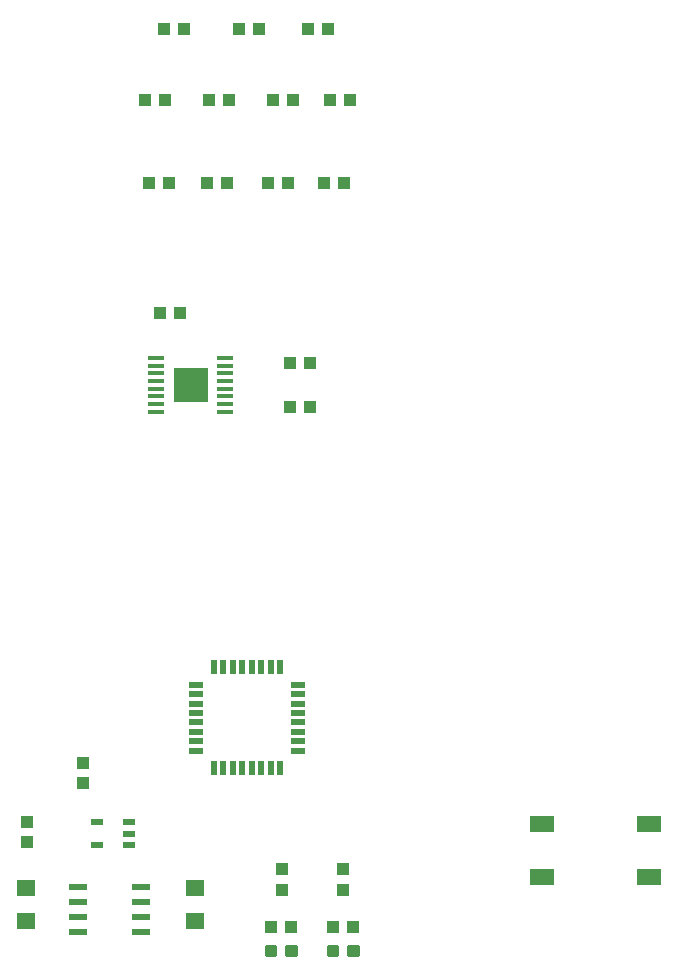
<source format=gbr>
G04 EAGLE Gerber RS-274X export*
G75*
%MOMM*%
%FSLAX34Y34*%
%LPD*%
%INSolderpaste Top*%
%IPPOS*%
%AMOC8*
5,1,8,0,0,1.08239X$1,22.5*%
G01*
%ADD10R,1.000000X1.100000*%
%ADD11R,1.600000X1.400000*%
%ADD12R,1.100000X1.000000*%
%ADD13C,0.300000*%
%ADD14R,1.473200X0.355600*%
%ADD15R,2.997200X2.997200*%
%ADD16R,2.100000X1.400000*%
%ADD17R,1.000000X0.550000*%
%ADD18R,1.500000X0.550000*%
%ADD19R,0.558800X1.270000*%
%ADD20R,1.270000X0.558800*%


D10*
X830600Y311800D03*
X830600Y328800D03*
X882500Y311800D03*
X882500Y328800D03*
X614400Y368800D03*
X614400Y351800D03*
D11*
X757100Y285200D03*
X757100Y313200D03*
X613600Y313200D03*
X613600Y285200D03*
D12*
X854800Y720300D03*
X837800Y720300D03*
X837200Y757800D03*
X854200Y757800D03*
D13*
X835270Y263500D02*
X835270Y256500D01*
X835270Y263500D02*
X842270Y263500D01*
X842270Y256500D01*
X835270Y256500D01*
X835270Y259350D02*
X842270Y259350D01*
X842270Y262200D02*
X835270Y262200D01*
X817730Y263500D02*
X817730Y256500D01*
X817730Y263500D02*
X824730Y263500D01*
X824730Y256500D01*
X817730Y256500D01*
X817730Y259350D02*
X824730Y259350D01*
X824730Y262200D02*
X817730Y262200D01*
X887770Y263500D02*
X887770Y256500D01*
X887770Y263500D02*
X894770Y263500D01*
X894770Y256500D01*
X887770Y256500D01*
X887770Y259350D02*
X894770Y259350D01*
X894770Y262200D02*
X887770Y262200D01*
X870230Y263500D02*
X870230Y256500D01*
X870230Y263500D02*
X877230Y263500D01*
X877230Y256500D01*
X870230Y256500D01*
X870230Y259350D02*
X877230Y259350D01*
X877230Y262200D02*
X870230Y262200D01*
D14*
X724390Y762060D03*
X724390Y755456D03*
X724390Y748852D03*
X724390Y742502D03*
X724390Y735898D03*
X724390Y729548D03*
X724390Y722944D03*
X724390Y716340D03*
X782810Y716340D03*
X782810Y722944D03*
X782810Y729548D03*
X782810Y735898D03*
X782810Y742502D03*
X782810Y748852D03*
X782810Y755456D03*
X782810Y762060D03*
D15*
X753600Y739200D03*
D12*
X821500Y280000D03*
X838500Y280000D03*
X818700Y910300D03*
X835700Y910300D03*
X730600Y1040300D03*
X747600Y1040300D03*
X852500Y1040300D03*
X869500Y1040300D03*
X794400Y1040300D03*
X811400Y1040300D03*
X866300Y910300D03*
X883300Y910300D03*
X718200Y910300D03*
X735200Y910300D03*
D10*
X662000Y418800D03*
X662000Y401800D03*
D12*
X874000Y280000D03*
X891000Y280000D03*
X727300Y800300D03*
X744300Y800300D03*
X769200Y980300D03*
X786200Y980300D03*
X871100Y980300D03*
X888100Y980300D03*
X823000Y980300D03*
X840000Y980300D03*
X714900Y980300D03*
X731900Y980300D03*
X766800Y910300D03*
X783800Y910300D03*
D16*
X1141800Y322100D03*
X1050800Y322100D03*
X1141800Y367100D03*
X1050800Y367100D03*
D17*
X701400Y359200D03*
X701400Y368700D03*
X701400Y349700D03*
X674400Y349700D03*
X674400Y368700D03*
D18*
X711700Y275550D03*
X711700Y288250D03*
X711700Y300950D03*
X711700Y313650D03*
X657700Y275550D03*
X657700Y288250D03*
X657700Y300950D03*
X657700Y313650D03*
D19*
X773100Y414374D03*
X781100Y414374D03*
X789100Y414374D03*
X797100Y414374D03*
X805100Y414374D03*
X813100Y414374D03*
X821100Y414374D03*
X829100Y414374D03*
D20*
X844026Y429300D03*
X844026Y437300D03*
X844026Y445300D03*
X844026Y453300D03*
X844026Y461300D03*
X844026Y469300D03*
X844026Y477300D03*
X844026Y485300D03*
D19*
X829100Y500226D03*
X821100Y500226D03*
X813100Y500226D03*
X805100Y500226D03*
X797100Y500226D03*
X789100Y500226D03*
X781100Y500226D03*
X773100Y500226D03*
D20*
X758174Y485300D03*
X758174Y477300D03*
X758174Y469300D03*
X758174Y461300D03*
X758174Y453300D03*
X758174Y445300D03*
X758174Y437300D03*
X758174Y429300D03*
M02*

</source>
